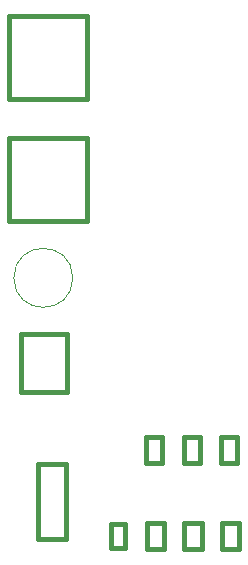
<source format=gbr>
%TF.GenerationSoftware,Altium Limited,Altium Designer,20.0.10 (225)*%
G04 Layer_Color=16711935*
%FSLAX26Y26*%
%MOIN*%
%TF.FileFunction,Other,Top_3D_Body*%
%TF.Part,Single*%
G01*
G75*
%TA.AperFunction,NonConductor*%
%ADD53C,0.018000*%
%ADD56C,0.003937*%
D53*
X3572756Y1240984D02*
X3667244D01*
X3572756D02*
Y1489016D01*
X3667244Y1240984D02*
Y1489016D01*
X3572756D02*
X3667244D01*
X3517992Y1728445D02*
Y1921555D01*
Y1728445D02*
X3671339D01*
Y1921555D01*
X3517992D02*
X3671339D01*
X3734921Y2707402D02*
Y2982599D01*
X3475079Y2707402D02*
Y2982599D01*
Y2707402D02*
X3734921D01*
X3475079Y2982599D02*
X3734921D01*
Y2301024D02*
Y2576220D01*
X3475079Y2301024D02*
Y2576220D01*
Y2301024D02*
X3734921D01*
X3475079Y2576220D02*
X3734921D01*
X4186457Y1293307D02*
X4243543D01*
X4186457Y1206693D02*
Y1293307D01*
Y1206693D02*
X4243543D01*
Y1293307D01*
X4061377D02*
X4118464D01*
X4061377Y1206693D02*
Y1293307D01*
Y1206693D02*
X4118464D01*
Y1293307D01*
X3936297D02*
X3993384D01*
X3936297Y1206693D02*
Y1293307D01*
Y1206693D02*
X3993384D01*
Y1293307D01*
X3815394Y1289370D02*
X3864606D01*
X3815394Y1210630D02*
Y1289370D01*
Y1210630D02*
X3864606D01*
Y1289370D01*
X4184488Y1578307D02*
X4237638D01*
X4184488Y1491693D02*
Y1578307D01*
Y1491693D02*
X4237638D01*
Y1578307D01*
X4059409D02*
X4112558D01*
X4059409Y1491693D02*
Y1578307D01*
Y1491693D02*
X4112558D01*
Y1578307D01*
X3934329D02*
X3987479D01*
X3934329Y1491693D02*
Y1578307D01*
Y1491693D02*
X3987479D01*
Y1578307D01*
D56*
X3689153Y2110000D02*
G03*
X3689153Y2110000I-98425J0D01*
G01*
%TF.MD5,7d4c6808a318a7eee6d445a69a7b3989*%
M02*

</source>
